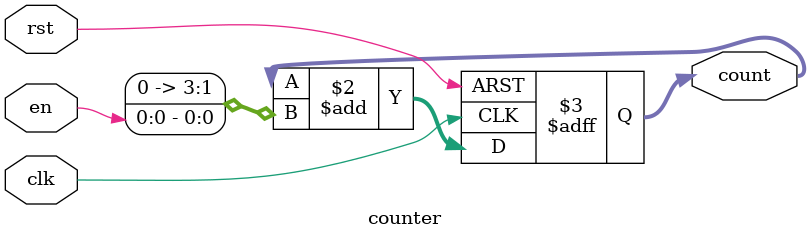
<source format=sv>
`timescale 1ns / 100ps						// time unit = 1ns, resolution = 100ps
module counter #(
	parameter WIDTH = 4
)(													// interface signals
	input logic						clk,		// clock
	input logic						rst,		// reset
	input logic						en,		// counter enable
	output logic [WIDTH-1:0]	count		// count output
);
	always_ff @ (posedge clk, posedge rst)
			if (rst) count <= {WIDTH{1'b0}};
			else count <= count + {{WIDTH-1{1'b0}}, en};
endmodule
</source>
